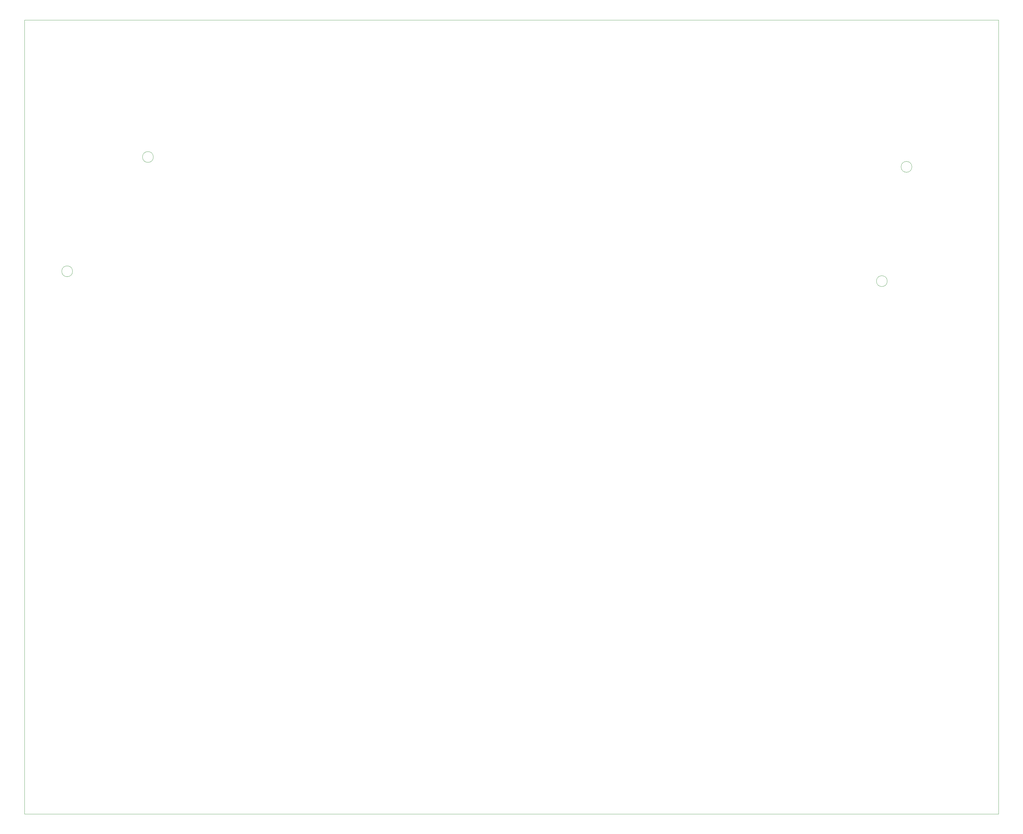
<source format=gbr>
%TF.GenerationSoftware,KiCad,Pcbnew,9.0.2*%
%TF.CreationDate,2025-07-19T15:49:03+01:00*%
%TF.ProjectId,FYP_EQ_MOUNT_UPDATED,4659505f-4551-45f4-9d4f-554e545f5550,rev?*%
%TF.SameCoordinates,Original*%
%TF.FileFunction,Profile,NP*%
%FSLAX46Y46*%
G04 Gerber Fmt 4.6, Leading zero omitted, Abs format (unit mm)*
G04 Created by KiCad (PCBNEW 9.0.2) date 2025-07-19 15:49:03*
%MOMM*%
%LPD*%
G01*
G04 APERTURE LIST*
%TA.AperFunction,Profile*%
%ADD10C,0.050000*%
%TD*%
G04 APERTURE END LIST*
D10*
X307593933Y250548000D02*
G75*
G02*
X304292067Y250548000I-1650933J0D01*
G01*
X304292067Y250548000D02*
G75*
G02*
X307593933Y250548000I1650933J0D01*
G01*
X300100933Y215750000D02*
G75*
G02*
X296799067Y215750000I-1650933J0D01*
G01*
X296799067Y215750000D02*
G75*
G02*
X300100933Y215750000I1650933J0D01*
G01*
X76693933Y253548000D02*
G75*
G02*
X73392067Y253548000I-1650933J0D01*
G01*
X73392067Y253548000D02*
G75*
G02*
X76693933Y253548000I1650933J0D01*
G01*
X52100933Y218750000D02*
G75*
G02*
X48799067Y218750000I-1650933J0D01*
G01*
X48799067Y218750000D02*
G75*
G02*
X52100933Y218750000I1650933J0D01*
G01*
X37450000Y295250000D02*
X333950000Y295250000D01*
X333950000Y53500000D01*
X37450000Y53500000D01*
X37450000Y295250000D01*
M02*

</source>
